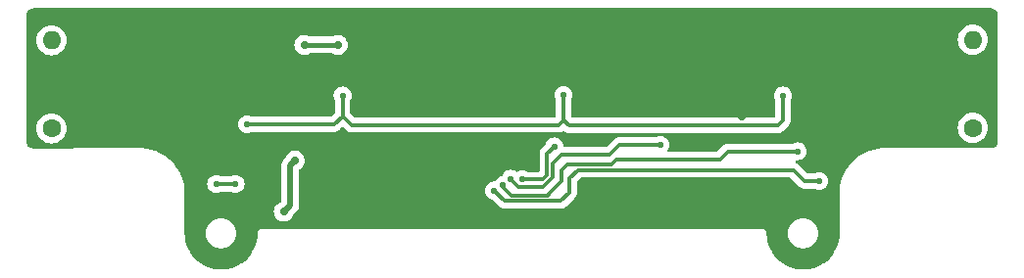
<source format=gtl>
G04 #@! TF.GenerationSoftware,KiCad,Pcbnew,7.0.1*
G04 #@! TF.CreationDate,2023-11-28T21:46:24+01:00*
G04 #@! TF.ProjectId,Qtr-8-SN,5174722d-382d-4534-9e2e-6b696361645f,rev?*
G04 #@! TF.SameCoordinates,Original*
G04 #@! TF.FileFunction,Copper,L1,Top*
G04 #@! TF.FilePolarity,Positive*
%FSLAX46Y46*%
G04 Gerber Fmt 4.6, Leading zero omitted, Abs format (unit mm)*
G04 Created by KiCad (PCBNEW 7.0.1) date 2023-11-28 21:46:24*
%MOMM*%
%LPD*%
G01*
G04 APERTURE LIST*
G04 #@! TA.AperFunction,ComponentPad*
%ADD10C,1.600000*%
G04 #@! TD*
G04 #@! TA.AperFunction,ComponentPad*
%ADD11O,1.600000X1.600000*%
G04 #@! TD*
G04 #@! TA.AperFunction,ViaPad*
%ADD12C,0.700000*%
G04 #@! TD*
G04 #@! TA.AperFunction,ViaPad*
%ADD13C,0.550000*%
G04 #@! TD*
G04 #@! TA.AperFunction,Conductor*
%ADD14C,0.500000*%
G04 #@! TD*
G04 #@! TA.AperFunction,Conductor*
%ADD15C,0.450000*%
G04 #@! TD*
G04 #@! TA.AperFunction,Conductor*
%ADD16C,0.300000*%
G04 #@! TD*
G04 APERTURE END LIST*
D10*
X52832000Y-137718800D03*
D11*
X52832000Y-130098800D03*
D10*
X132435600Y-137668000D03*
D11*
X132435600Y-130048000D03*
D12*
X122631200Y-131876800D03*
X112471200Y-136652000D03*
X92329600Y-135077200D03*
X65604800Y-131905600D03*
D13*
X79400400Y-143169300D03*
D12*
X103073200Y-136194800D03*
X129616800Y-137464800D03*
X103715800Y-131894600D03*
X64820800Y-136347200D03*
X88255600Y-142595600D03*
X83820000Y-136296400D03*
X84654800Y-131905600D03*
X122072400Y-136347200D03*
X108813600Y-145948400D03*
X74168000Y-136194800D03*
X73863200Y-140512800D03*
X72898000Y-144932400D03*
X77571600Y-130505200D03*
X74676000Y-130505200D03*
D13*
X77978000Y-134874000D03*
X116027200Y-134874000D03*
X97078800Y-134823200D03*
X69748400Y-137363200D03*
X117297200Y-139700000D03*
X91846400Y-142646400D03*
X91084400Y-143103600D03*
X119176800Y-142290800D03*
X68732400Y-142544800D03*
X67056000Y-142544800D03*
X93522800Y-142138400D03*
X96266000Y-139293600D03*
X92506800Y-142087600D03*
X105410000Y-139141200D03*
D14*
X73456800Y-140919200D02*
X73863200Y-140512800D01*
X72898000Y-144932400D02*
X73456800Y-144373600D01*
X73456800Y-144373600D02*
X73456800Y-140919200D01*
D15*
X77571600Y-130505200D02*
X74676000Y-130505200D01*
D16*
X78740000Y-137414000D02*
X77978000Y-136652000D01*
X77978000Y-136652000D02*
X77978000Y-134874000D01*
X96672400Y-137414000D02*
X78740000Y-137414000D01*
X97078800Y-134823200D02*
X97078800Y-137007600D01*
X115620800Y-137464800D02*
X97536000Y-137464800D01*
X97078800Y-137007600D02*
X96672400Y-137414000D01*
X97536000Y-137464800D02*
X97078800Y-137007600D01*
X77266800Y-137363200D02*
X77978000Y-136652000D01*
X116027200Y-137058400D02*
X115620800Y-137464800D01*
X116027200Y-134874000D02*
X116027200Y-137058400D01*
X69748400Y-137363200D02*
X77266800Y-137363200D01*
X91846400Y-142748000D02*
X91846400Y-142646400D01*
X101193600Y-140817600D02*
X97434400Y-140817600D01*
X95707200Y-143510000D02*
X92608400Y-143510000D01*
X95910400Y-143306800D02*
X95707200Y-143510000D01*
X96875600Y-141376400D02*
X96875600Y-142290800D01*
X111302800Y-139700000D02*
X110591600Y-140411200D01*
X97434400Y-140817600D02*
X96875600Y-141376400D01*
X95910400Y-143256000D02*
X95910400Y-143306800D01*
X96875600Y-142290800D02*
X95910400Y-143256000D01*
X117297200Y-139700000D02*
X111302800Y-139700000D01*
X101600000Y-140411200D02*
X101193600Y-140817600D01*
X110591600Y-140411200D02*
X101600000Y-140411200D01*
X92608400Y-143510000D02*
X91846400Y-142748000D01*
X117906800Y-142290800D02*
X116933600Y-141317600D01*
X119176800Y-142290800D02*
X117906800Y-142290800D01*
X116933600Y-141317600D02*
X98306000Y-141317600D01*
X97586800Y-143256000D02*
X96832800Y-144010000D01*
X98306000Y-141317600D02*
X97586800Y-142036800D01*
X96832800Y-144010000D02*
X91990800Y-144010000D01*
X97586800Y-142036800D02*
X97586800Y-143256000D01*
X91990800Y-144010000D02*
X91084400Y-143103600D01*
X67056000Y-142544800D02*
X68732400Y-142544800D01*
X95656400Y-139903200D02*
X95656400Y-141732000D01*
X95250000Y-142138400D02*
X93522800Y-142138400D01*
X96266000Y-139293600D02*
X95656400Y-139903200D01*
X95656400Y-141732000D02*
X95250000Y-142138400D01*
X96156400Y-141939106D02*
X95332106Y-142763400D01*
X101041200Y-140004800D02*
X96875600Y-140004800D01*
X105410000Y-139141200D02*
X101904800Y-139141200D01*
X96875600Y-140004800D02*
X96156400Y-140724000D01*
X96156400Y-140724000D02*
X96156400Y-141939106D01*
X101904800Y-139141200D02*
X101041200Y-140004800D01*
X93182600Y-142763400D02*
X92506800Y-142087600D01*
X95332106Y-142763400D02*
X93182600Y-142763400D01*
G04 #@! TA.AperFunction,Conductor*
G36*
X133974519Y-127322479D02*
G01*
X134098246Y-127336420D01*
X134125310Y-127342597D01*
X134236224Y-127381408D01*
X134261232Y-127393451D01*
X134355668Y-127452788D01*
X134360726Y-127455966D01*
X134382436Y-127473279D01*
X134465520Y-127556363D01*
X134482833Y-127578073D01*
X134545346Y-127677563D01*
X134557393Y-127702579D01*
X134596201Y-127813485D01*
X134602380Y-127840556D01*
X134616320Y-127964276D01*
X134617100Y-127978160D01*
X134617100Y-138788640D01*
X134616320Y-138802524D01*
X134602380Y-138926243D01*
X134596201Y-138953314D01*
X134557393Y-139064220D01*
X134545346Y-139089236D01*
X134482833Y-139188726D01*
X134465520Y-139210436D01*
X134382436Y-139293520D01*
X134360726Y-139310833D01*
X134261236Y-139373346D01*
X134236220Y-139385393D01*
X134125314Y-139424201D01*
X134098243Y-139430380D01*
X134023373Y-139438816D01*
X133974521Y-139444320D01*
X133960640Y-139445100D01*
X124586937Y-139445100D01*
X124210428Y-139482182D01*
X123839382Y-139555988D01*
X123602729Y-139627776D01*
X123490462Y-139661832D01*
X123477338Y-139665813D01*
X123127810Y-139810592D01*
X122794161Y-139988931D01*
X122479592Y-140199119D01*
X122187141Y-140439128D01*
X121919628Y-140706641D01*
X121679619Y-140999092D01*
X121469431Y-141313661D01*
X121291092Y-141647310D01*
X121146313Y-141996838D01*
X121036488Y-142358882D01*
X120962682Y-142729928D01*
X120925600Y-143106437D01*
X120925600Y-146792244D01*
X120925418Y-146798958D01*
X120907500Y-147129411D01*
X120906048Y-147142758D01*
X120853053Y-147466013D01*
X120850167Y-147479125D01*
X120762533Y-147794760D01*
X120758246Y-147807484D01*
X120636997Y-148111796D01*
X120631364Y-148123971D01*
X120477913Y-148413411D01*
X120471002Y-148424897D01*
X120339250Y-148619216D01*
X120287170Y-148696028D01*
X120279045Y-148706716D01*
X120066974Y-148956385D01*
X120057741Y-148966132D01*
X119819929Y-149191400D01*
X119809696Y-149200092D01*
X119548906Y-149398340D01*
X119537793Y-149405875D01*
X119257110Y-149574756D01*
X119245247Y-149581045D01*
X118947956Y-149718586D01*
X118935484Y-149723556D01*
X118625050Y-149828154D01*
X118612112Y-149831746D01*
X118292197Y-149902164D01*
X118278948Y-149904336D01*
X117953295Y-149939754D01*
X117939888Y-149940481D01*
X117612312Y-149940481D01*
X117598905Y-149939754D01*
X117273251Y-149904336D01*
X117260002Y-149902164D01*
X116940087Y-149831746D01*
X116927149Y-149828154D01*
X116616715Y-149723556D01*
X116604243Y-149718586D01*
X116306952Y-149581045D01*
X116295089Y-149574756D01*
X116014401Y-149405872D01*
X116003293Y-149398340D01*
X115742503Y-149200092D01*
X115732270Y-149191400D01*
X115494458Y-148966132D01*
X115485225Y-148956385D01*
X115273154Y-148706716D01*
X115265036Y-148696037D01*
X115081188Y-148424883D01*
X115074293Y-148413425D01*
X114920827Y-148123956D01*
X114915207Y-148111807D01*
X114793948Y-147807470D01*
X114789670Y-147794774D01*
X114702031Y-147479124D01*
X114699146Y-147466013D01*
X114646151Y-147142758D01*
X114644699Y-147129411D01*
X114627534Y-146812844D01*
X114627776Y-146795886D01*
X114627800Y-146795599D01*
X116470631Y-146795599D01*
X116490464Y-147022289D01*
X116549361Y-147242097D01*
X116645532Y-147448335D01*
X116776053Y-147634740D01*
X116936959Y-147795646D01*
X117123364Y-147926167D01*
X117123365Y-147926167D01*
X117123366Y-147926168D01*
X117329604Y-148022339D01*
X117549408Y-148081235D01*
X117634361Y-148088667D01*
X117719314Y-148096100D01*
X117719316Y-148096100D01*
X117832884Y-148096100D01*
X117832886Y-148096100D01*
X117900847Y-148090154D01*
X118002792Y-148081235D01*
X118222596Y-148022339D01*
X118428834Y-147926168D01*
X118615239Y-147795647D01*
X118776147Y-147634739D01*
X118906668Y-147448334D01*
X119002839Y-147242096D01*
X119061735Y-147022292D01*
X119081568Y-146795600D01*
X119061735Y-146568908D01*
X119002839Y-146349104D01*
X118906668Y-146142866D01*
X118776147Y-145956461D01*
X118776146Y-145956459D01*
X118615240Y-145795553D01*
X118428835Y-145665032D01*
X118222597Y-145568861D01*
X118002789Y-145509964D01*
X117832886Y-145495100D01*
X117832884Y-145495100D01*
X117719316Y-145495100D01*
X117719314Y-145495100D01*
X117549410Y-145509964D01*
X117329602Y-145568861D01*
X117123364Y-145665032D01*
X116936959Y-145795553D01*
X116776053Y-145956459D01*
X116645532Y-146142864D01*
X116549361Y-146349102D01*
X116490464Y-146568910D01*
X116470631Y-146795599D01*
X114627800Y-146795599D01*
X114630265Y-146765859D01*
X114627333Y-146742344D01*
X114626600Y-146740088D01*
X114626600Y-146740086D01*
X114616294Y-146708368D01*
X114614288Y-146702193D01*
X114612013Y-146694313D01*
X114600752Y-146649842D01*
X114595556Y-146638985D01*
X114566574Y-146599096D01*
X114563082Y-146594030D01*
X114534272Y-146549932D01*
X114527030Y-146544670D01*
X114488420Y-146516618D01*
X114485194Y-146514191D01*
X114464900Y-146498396D01*
X114445226Y-146483083D01*
X114445225Y-146483082D01*
X114442868Y-146481248D01*
X114388073Y-146463443D01*
X114386130Y-146462794D01*
X114334589Y-146445100D01*
X114334588Y-146445100D01*
X71039614Y-146445100D01*
X70928586Y-146445100D01*
X70928583Y-146445100D01*
X70909416Y-146451327D01*
X70891514Y-146455703D01*
X70868720Y-146459506D01*
X70855340Y-146466748D01*
X70834646Y-146475622D01*
X70822991Y-146479409D01*
X70803501Y-146493569D01*
X70789640Y-146502302D01*
X70765843Y-146515180D01*
X70758213Y-146523469D01*
X70739878Y-146539795D01*
X70733169Y-146544669D01*
X70716696Y-146567342D01*
X70707612Y-146578434D01*
X70686616Y-146601242D01*
X70683682Y-146607931D01*
X70670454Y-146630989D01*
X70667909Y-146634492D01*
X70658030Y-146664896D01*
X70653655Y-146676386D01*
X70639626Y-146708367D01*
X70639352Y-146711682D01*
X70633709Y-146739749D01*
X70633600Y-146740085D01*
X70633600Y-146775976D01*
X70633177Y-146786214D01*
X70629131Y-146835049D01*
X70630626Y-146850434D01*
X70615500Y-147129410D01*
X70614048Y-147142758D01*
X70561053Y-147466013D01*
X70558167Y-147479125D01*
X70470533Y-147794760D01*
X70466246Y-147807484D01*
X70344997Y-148111796D01*
X70339364Y-148123971D01*
X70185913Y-148413411D01*
X70179002Y-148424897D01*
X70047250Y-148619216D01*
X69995170Y-148696028D01*
X69987045Y-148706716D01*
X69774974Y-148956385D01*
X69765741Y-148966132D01*
X69527929Y-149191400D01*
X69517696Y-149200092D01*
X69256906Y-149398340D01*
X69245793Y-149405875D01*
X68965110Y-149574756D01*
X68953247Y-149581045D01*
X68655956Y-149718586D01*
X68643484Y-149723556D01*
X68333050Y-149828154D01*
X68320112Y-149831746D01*
X68000197Y-149902164D01*
X67986948Y-149904336D01*
X67661295Y-149939754D01*
X67647888Y-149940481D01*
X67320312Y-149940481D01*
X67306905Y-149939754D01*
X66981251Y-149904336D01*
X66968002Y-149902164D01*
X66648087Y-149831746D01*
X66635149Y-149828154D01*
X66324715Y-149723556D01*
X66312243Y-149718586D01*
X66014952Y-149581045D01*
X66003089Y-149574756D01*
X65722401Y-149405872D01*
X65711293Y-149398340D01*
X65450503Y-149200092D01*
X65440270Y-149191400D01*
X65202458Y-148966132D01*
X65193225Y-148956385D01*
X64981154Y-148706716D01*
X64973036Y-148696037D01*
X64789188Y-148424883D01*
X64782293Y-148413425D01*
X64628827Y-148123956D01*
X64623207Y-148111807D01*
X64501948Y-147807470D01*
X64497670Y-147794774D01*
X64410031Y-147479124D01*
X64407146Y-147466013D01*
X64354151Y-147142758D01*
X64352699Y-147129410D01*
X64334782Y-146798957D01*
X64334691Y-146795599D01*
X66178631Y-146795599D01*
X66198464Y-147022289D01*
X66257361Y-147242097D01*
X66353532Y-147448335D01*
X66484053Y-147634740D01*
X66644959Y-147795646D01*
X66831364Y-147926167D01*
X66831365Y-147926167D01*
X66831366Y-147926168D01*
X67037604Y-148022339D01*
X67257408Y-148081235D01*
X67342361Y-148088667D01*
X67427314Y-148096100D01*
X67427316Y-148096100D01*
X67540884Y-148096100D01*
X67540886Y-148096100D01*
X67608847Y-148090154D01*
X67710792Y-148081235D01*
X67930596Y-148022339D01*
X68136834Y-147926168D01*
X68323239Y-147795647D01*
X68484147Y-147634739D01*
X68614668Y-147448334D01*
X68710839Y-147242096D01*
X68769735Y-147022292D01*
X68789568Y-146795600D01*
X68769735Y-146568908D01*
X68710839Y-146349104D01*
X68614668Y-146142866D01*
X68484147Y-145956461D01*
X68484146Y-145956459D01*
X68323240Y-145795553D01*
X68136835Y-145665032D01*
X67930597Y-145568861D01*
X67710789Y-145509964D01*
X67540886Y-145495100D01*
X67540884Y-145495100D01*
X67427316Y-145495100D01*
X67427314Y-145495100D01*
X67257410Y-145509964D01*
X67037602Y-145568861D01*
X66831364Y-145665032D01*
X66644959Y-145795553D01*
X66484053Y-145956459D01*
X66353532Y-146142864D01*
X66257361Y-146349102D01*
X66198464Y-146568910D01*
X66178631Y-146795599D01*
X64334691Y-146795599D01*
X64334600Y-146792244D01*
X64334600Y-144932400D01*
X72042815Y-144932400D01*
X72061503Y-145110204D01*
X72116749Y-145280235D01*
X72206140Y-145435065D01*
X72325771Y-145567927D01*
X72470403Y-145673010D01*
X72633735Y-145745730D01*
X72808607Y-145782900D01*
X72808609Y-145782900D01*
X72987391Y-145782900D01*
X72987393Y-145782900D01*
X73162264Y-145745730D01*
X73162265Y-145745729D01*
X73162267Y-145745729D01*
X73325593Y-145673012D01*
X73336577Y-145665032D01*
X73366659Y-145643174D01*
X73470230Y-145567926D01*
X73589859Y-145435065D01*
X73679250Y-145280235D01*
X73702643Y-145208236D01*
X73732892Y-145158874D01*
X73942441Y-144949324D01*
X73956060Y-144937554D01*
X73975330Y-144923210D01*
X74007184Y-144885247D01*
X74014471Y-144877294D01*
X74018391Y-144873376D01*
X74037620Y-144849054D01*
X74039877Y-144846285D01*
X74088102Y-144788814D01*
X74088103Y-144788811D01*
X74088915Y-144787844D01*
X74099373Y-144771428D01*
X74099907Y-144770280D01*
X74099911Y-144770277D01*
X74131645Y-144702221D01*
X74133171Y-144699070D01*
X74166840Y-144632033D01*
X74166840Y-144632031D01*
X74167409Y-144630899D01*
X74173802Y-144612506D01*
X74189231Y-144537784D01*
X74190012Y-144534260D01*
X74195953Y-144509197D01*
X74207300Y-144461321D01*
X74207591Y-144460093D01*
X74209570Y-144440720D01*
X74209533Y-144439458D01*
X74209534Y-144439455D01*
X74207352Y-144364468D01*
X74207300Y-144360862D01*
X74207300Y-143103600D01*
X90303992Y-143103600D01*
X90323558Y-143277257D01*
X90381277Y-143442206D01*
X90474252Y-143590176D01*
X90597823Y-143713747D01*
X90745793Y-143806722D01*
X90906415Y-143862927D01*
X90953141Y-143892287D01*
X91470364Y-144409510D01*
X91483712Y-144426169D01*
X91536631Y-144475864D01*
X91539428Y-144478575D01*
X91559761Y-144498908D01*
X91563242Y-144501608D01*
X91572125Y-144509194D01*
X91605407Y-144540448D01*
X91616051Y-144546299D01*
X91624004Y-144550672D01*
X91640264Y-144561352D01*
X91657036Y-144574362D01*
X91698940Y-144592495D01*
X91709420Y-144597629D01*
X91749432Y-144619627D01*
X91769995Y-144624906D01*
X91788398Y-144631207D01*
X91807873Y-144639635D01*
X91852975Y-144646778D01*
X91864370Y-144649137D01*
X91908623Y-144660500D01*
X91929851Y-144660500D01*
X91949249Y-144662026D01*
X91970205Y-144665346D01*
X92015651Y-144661050D01*
X92027321Y-144660500D01*
X96747295Y-144660500D01*
X96768504Y-144662841D01*
X96771094Y-144662759D01*
X96771096Y-144662760D01*
X96841062Y-144660560D01*
X96844957Y-144660500D01*
X96873720Y-144660500D01*
X96873725Y-144660500D01*
X96878102Y-144659946D01*
X96889741Y-144659030D01*
X96935369Y-144657597D01*
X96955749Y-144651675D01*
X96974789Y-144647732D01*
X96995858Y-144645071D01*
X97038320Y-144628258D01*
X97049357Y-144624480D01*
X97093198Y-144611744D01*
X97111470Y-144600936D01*
X97128936Y-144592380D01*
X97148671Y-144584568D01*
X97185616Y-144557725D01*
X97195348Y-144551332D01*
X97234665Y-144528081D01*
X97249674Y-144513071D01*
X97264463Y-144500439D01*
X97281637Y-144487963D01*
X97310746Y-144452774D01*
X97318590Y-144444154D01*
X97986313Y-143776431D01*
X98002962Y-143763094D01*
X98004736Y-143761204D01*
X98004740Y-143761202D01*
X98052698Y-143710130D01*
X98055346Y-143707398D01*
X98075711Y-143687035D01*
X98078411Y-143683552D01*
X98085987Y-143674681D01*
X98117248Y-143641393D01*
X98127475Y-143622787D01*
X98138148Y-143606539D01*
X98151162Y-143589764D01*
X98169291Y-143547868D01*
X98174431Y-143537377D01*
X98196427Y-143497368D01*
X98201706Y-143476805D01*
X98208004Y-143458406D01*
X98216435Y-143438926D01*
X98223577Y-143393824D01*
X98225945Y-143382397D01*
X98237300Y-143338178D01*
X98237300Y-143316955D01*
X98238827Y-143297556D01*
X98239137Y-143295600D01*
X98242147Y-143276595D01*
X98237850Y-143231139D01*
X98237300Y-143219470D01*
X98237300Y-142357608D01*
X98246739Y-142310155D01*
X98273619Y-142269927D01*
X98539127Y-142004419D01*
X98579355Y-141977539D01*
X98626808Y-141968100D01*
X116612792Y-141968100D01*
X116660245Y-141977539D01*
X116700473Y-142004419D01*
X117386364Y-142690310D01*
X117399712Y-142706969D01*
X117452631Y-142756664D01*
X117455428Y-142759375D01*
X117475762Y-142779709D01*
X117479243Y-142782409D01*
X117488126Y-142789995D01*
X117521407Y-142821248D01*
X117539998Y-142831468D01*
X117556262Y-142842151D01*
X117573035Y-142855162D01*
X117614938Y-142873295D01*
X117625426Y-142878433D01*
X117665432Y-142900427D01*
X117685997Y-142905706D01*
X117704393Y-142912005D01*
X117723874Y-142920436D01*
X117768978Y-142927579D01*
X117780397Y-142929944D01*
X117824623Y-142941300D01*
X117845845Y-142941300D01*
X117865243Y-142942826D01*
X117886205Y-142946147D01*
X117931663Y-142941849D01*
X117943331Y-142941300D01*
X118718722Y-142941300D01*
X118784693Y-142960306D01*
X118838193Y-142993922D01*
X119003142Y-143051641D01*
X119176800Y-143071207D01*
X119350457Y-143051641D01*
X119515406Y-142993922D01*
X119663376Y-142900947D01*
X119786947Y-142777376D01*
X119879922Y-142629406D01*
X119937641Y-142464457D01*
X119957207Y-142290800D01*
X119937641Y-142117143D01*
X119901753Y-142014583D01*
X119879922Y-141952193D01*
X119786947Y-141804223D01*
X119663376Y-141680652D01*
X119515406Y-141587677D01*
X119350457Y-141529958D01*
X119176800Y-141510392D01*
X119003142Y-141529958D01*
X118838193Y-141587677D01*
X118784693Y-141621294D01*
X118718722Y-141640300D01*
X118227608Y-141640300D01*
X118180155Y-141630861D01*
X118139927Y-141603981D01*
X117454034Y-140918088D01*
X117440691Y-140901433D01*
X117387766Y-140851734D01*
X117384969Y-140849023D01*
X117364634Y-140828688D01*
X117361147Y-140825983D01*
X117352271Y-140818401D01*
X117318994Y-140787152D01*
X117300393Y-140776926D01*
X117284132Y-140766245D01*
X117274154Y-140758505D01*
X117267364Y-140753238D01*
X117225470Y-140735108D01*
X117214985Y-140729972D01*
X117174968Y-140707973D01*
X117174967Y-140707972D01*
X117172312Y-140706513D01*
X117124312Y-140659239D01*
X117108115Y-140593844D01*
X117128502Y-140529632D01*
X117179455Y-140485558D01*
X117245934Y-140474631D01*
X117297200Y-140480407D01*
X117470857Y-140460841D01*
X117635806Y-140403122D01*
X117783776Y-140310147D01*
X117907347Y-140186576D01*
X118000322Y-140038606D01*
X118058041Y-139873657D01*
X118077607Y-139700000D01*
X118070083Y-139633222D01*
X118058041Y-139526342D01*
X118000322Y-139361393D01*
X117907347Y-139213423D01*
X117783776Y-139089852D01*
X117635806Y-138996877D01*
X117470857Y-138939158D01*
X117297200Y-138919592D01*
X117123542Y-138939158D01*
X116958593Y-138996877D01*
X116905093Y-139030494D01*
X116839122Y-139049500D01*
X111388305Y-139049500D01*
X111367094Y-139047158D01*
X111294524Y-139049439D01*
X111290629Y-139049500D01*
X111261874Y-139049500D01*
X111257501Y-139050052D01*
X111245869Y-139050967D01*
X111200228Y-139052401D01*
X111179841Y-139058324D01*
X111160798Y-139062268D01*
X111139742Y-139064928D01*
X111097296Y-139081733D01*
X111086250Y-139085514D01*
X111042402Y-139098254D01*
X111024124Y-139109063D01*
X111006661Y-139117618D01*
X110986930Y-139125431D01*
X110949987Y-139152270D01*
X110940228Y-139158680D01*
X110900935Y-139181918D01*
X110885925Y-139196928D01*
X110871136Y-139209558D01*
X110853964Y-139222034D01*
X110824857Y-139257218D01*
X110816996Y-139265856D01*
X110358473Y-139724381D01*
X110318245Y-139751261D01*
X110270792Y-139760700D01*
X106160986Y-139760700D01*
X106097985Y-139743503D01*
X106052458Y-139696681D01*
X106037035Y-139633222D01*
X106055992Y-139570728D01*
X106056804Y-139569436D01*
X106113122Y-139479806D01*
X106170841Y-139314857D01*
X106190407Y-139141200D01*
X106180068Y-139049439D01*
X106170841Y-138967542D01*
X106113122Y-138802593D01*
X106020147Y-138654623D01*
X105896576Y-138531052D01*
X105748606Y-138438077D01*
X105583657Y-138380358D01*
X105425333Y-138362520D01*
X105410000Y-138356667D01*
X105394667Y-138362520D01*
X105236342Y-138380358D01*
X105071393Y-138438077D01*
X105017893Y-138471694D01*
X104951922Y-138490700D01*
X101990305Y-138490700D01*
X101969094Y-138488358D01*
X101896524Y-138490639D01*
X101892629Y-138490700D01*
X101863874Y-138490700D01*
X101859501Y-138491252D01*
X101847869Y-138492167D01*
X101802228Y-138493601D01*
X101781843Y-138499524D01*
X101762794Y-138503469D01*
X101741743Y-138506128D01*
X101699289Y-138522936D01*
X101688243Y-138526718D01*
X101644399Y-138539456D01*
X101626130Y-138550261D01*
X101608662Y-138558818D01*
X101597263Y-138563332D01*
X101588926Y-138566633D01*
X101551991Y-138593466D01*
X101542235Y-138599875D01*
X101502935Y-138623118D01*
X101487925Y-138638128D01*
X101473136Y-138650758D01*
X101455964Y-138663234D01*
X101426857Y-138698418D01*
X101418996Y-138707056D01*
X100808073Y-139317981D01*
X100767845Y-139344861D01*
X100720392Y-139354300D01*
X97164060Y-139354300D01*
X97106119Y-139339930D01*
X97061606Y-139300152D01*
X97040840Y-139244184D01*
X97026841Y-139119942D01*
X96969122Y-138954993D01*
X96876147Y-138807023D01*
X96752576Y-138683452D01*
X96604606Y-138590477D01*
X96439657Y-138532758D01*
X96266000Y-138513192D01*
X96092342Y-138532758D01*
X95927393Y-138590477D01*
X95779423Y-138683452D01*
X95655852Y-138807023D01*
X95562878Y-138954992D01*
X95506673Y-139115614D01*
X95477313Y-139162339D01*
X95256884Y-139382768D01*
X95240231Y-139396110D01*
X95190533Y-139449033D01*
X95187827Y-139451826D01*
X95167483Y-139472171D01*
X95164776Y-139475660D01*
X95157207Y-139484521D01*
X95125951Y-139517807D01*
X95115722Y-139536412D01*
X95105045Y-139552667D01*
X95092036Y-139569438D01*
X95073906Y-139611332D01*
X95068770Y-139621816D01*
X95046772Y-139661832D01*
X95041491Y-139682399D01*
X95035191Y-139700800D01*
X95026764Y-139720274D01*
X95019623Y-139765361D01*
X95017255Y-139776793D01*
X95008579Y-139810591D01*
X95005900Y-139821024D01*
X95005900Y-139842245D01*
X95004373Y-139861644D01*
X95001053Y-139882603D01*
X95005350Y-139928061D01*
X95005900Y-139939730D01*
X95005900Y-141363900D01*
X94989287Y-141425900D01*
X94943900Y-141471287D01*
X94881900Y-141487900D01*
X93980878Y-141487900D01*
X93914907Y-141468894D01*
X93861406Y-141435277D01*
X93696457Y-141377558D01*
X93522800Y-141357992D01*
X93349142Y-141377558D01*
X93184194Y-141435277D01*
X93121194Y-141474862D01*
X93055224Y-141493867D01*
X92989253Y-141474861D01*
X92845406Y-141384477D01*
X92680457Y-141326758D01*
X92506800Y-141307192D01*
X92333142Y-141326758D01*
X92168193Y-141384477D01*
X92020223Y-141477452D01*
X91896652Y-141601023D01*
X91803678Y-141748992D01*
X91785036Y-141802266D01*
X91745307Y-141858256D01*
X91681881Y-141884529D01*
X91672742Y-141885558D01*
X91507793Y-141943277D01*
X91359823Y-142036252D01*
X91236254Y-142159821D01*
X91169121Y-142266664D01*
X91130099Y-142305686D01*
X91078011Y-142323912D01*
X90910742Y-142342758D01*
X90745793Y-142400477D01*
X90597823Y-142493452D01*
X90474252Y-142617023D01*
X90381277Y-142764993D01*
X90323558Y-142929942D01*
X90303992Y-143103600D01*
X74207300Y-143103600D01*
X74207300Y-141371112D01*
X74216330Y-141324660D01*
X74242103Y-141284973D01*
X74280865Y-141257831D01*
X74290793Y-141253412D01*
X74435430Y-141148326D01*
X74555059Y-141015465D01*
X74644450Y-140860635D01*
X74699697Y-140690603D01*
X74718385Y-140512800D01*
X74699697Y-140334997D01*
X74660683Y-140214924D01*
X74644450Y-140164964D01*
X74555059Y-140010134D01*
X74435428Y-139877272D01*
X74290796Y-139772189D01*
X74127464Y-139699469D01*
X73952593Y-139662300D01*
X73952591Y-139662300D01*
X73773809Y-139662300D01*
X73773807Y-139662300D01*
X73598935Y-139699469D01*
X73435608Y-139772187D01*
X73290968Y-139877274D01*
X73171340Y-140010134D01*
X73081950Y-140164963D01*
X73058556Y-140236961D01*
X73028306Y-140286323D01*
X72971155Y-140343474D01*
X72957524Y-140355254D01*
X72938269Y-140369589D01*
X72906433Y-140407529D01*
X72899141Y-140415489D01*
X72895208Y-140419422D01*
X72875976Y-140443745D01*
X72873702Y-140446537D01*
X72824694Y-140504944D01*
X72814218Y-140521387D01*
X72781992Y-140590494D01*
X72780422Y-140593736D01*
X72746193Y-140661892D01*
X72739796Y-140680298D01*
X72724373Y-140754988D01*
X72723593Y-140758505D01*
X72706008Y-140832705D01*
X72704029Y-140852078D01*
X72706248Y-140928331D01*
X72706300Y-140931937D01*
X72706300Y-144006236D01*
X72697271Y-144052687D01*
X72671498Y-144092374D01*
X72632737Y-144119514D01*
X72581758Y-144142211D01*
X72470407Y-144191787D01*
X72325768Y-144296874D01*
X72206140Y-144429734D01*
X72116749Y-144584564D01*
X72061503Y-144754595D01*
X72042815Y-144932400D01*
X64334600Y-144932400D01*
X64334600Y-143106437D01*
X64323518Y-142993922D01*
X64297518Y-142729933D01*
X64260692Y-142544799D01*
X66275592Y-142544799D01*
X66295158Y-142718457D01*
X66352877Y-142883406D01*
X66445852Y-143031376D01*
X66569423Y-143154947D01*
X66717393Y-143247922D01*
X66882342Y-143305641D01*
X67056000Y-143325207D01*
X67229657Y-143305641D01*
X67394606Y-143247922D01*
X67411810Y-143237112D01*
X67448107Y-143214306D01*
X67514078Y-143195300D01*
X68274322Y-143195300D01*
X68340293Y-143214306D01*
X68393793Y-143247922D01*
X68558742Y-143305641D01*
X68732400Y-143325207D01*
X68906057Y-143305641D01*
X69071006Y-143247922D01*
X69218976Y-143154947D01*
X69342547Y-143031376D01*
X69435522Y-142883406D01*
X69493241Y-142718457D01*
X69512807Y-142544800D01*
X69493241Y-142371143D01*
X69478491Y-142328991D01*
X69435522Y-142206193D01*
X69342547Y-142058223D01*
X69218976Y-141934652D01*
X69071006Y-141841677D01*
X68906057Y-141783958D01*
X68732400Y-141764392D01*
X68558742Y-141783958D01*
X68393793Y-141841677D01*
X68340293Y-141875294D01*
X68274322Y-141894300D01*
X67514078Y-141894300D01*
X67448107Y-141875294D01*
X67394606Y-141841677D01*
X67229657Y-141783958D01*
X67056000Y-141764392D01*
X66882342Y-141783958D01*
X66717393Y-141841677D01*
X66569423Y-141934652D01*
X66445852Y-142058223D01*
X66352877Y-142206193D01*
X66295158Y-142371142D01*
X66275592Y-142544799D01*
X64260692Y-142544799D01*
X64223710Y-142358876D01*
X64113888Y-141996841D01*
X63969109Y-141647314D01*
X63945947Y-141603981D01*
X63790768Y-141313661D01*
X63580580Y-140999092D01*
X63340571Y-140706641D01*
X63073058Y-140439128D01*
X62780607Y-140199119D01*
X62466038Y-139988931D01*
X62132389Y-139810592D01*
X61857383Y-139696681D01*
X61782859Y-139665812D01*
X61420824Y-139555990D01*
X61420822Y-139555989D01*
X61420817Y-139555988D01*
X61049771Y-139482182D01*
X60673263Y-139445100D01*
X60542588Y-139445100D01*
X58225407Y-139445100D01*
X58224718Y-139444985D01*
X58146319Y-139445100D01*
X58107900Y-139445100D01*
X58107214Y-139445156D01*
X51299647Y-139455088D01*
X51285584Y-139454308D01*
X51161957Y-139440380D01*
X51134884Y-139434201D01*
X51123964Y-139430380D01*
X51059234Y-139407729D01*
X51023979Y-139395393D01*
X50998963Y-139383346D01*
X50899473Y-139320833D01*
X50877763Y-139303520D01*
X50794679Y-139220436D01*
X50777366Y-139198726D01*
X50752204Y-139158680D01*
X50714851Y-139099232D01*
X50702808Y-139074224D01*
X50663997Y-138963310D01*
X50657820Y-138936246D01*
X50643879Y-138812522D01*
X50643100Y-138798640D01*
X50643100Y-137718799D01*
X51526531Y-137718799D01*
X51546364Y-137945489D01*
X51605261Y-138165297D01*
X51701432Y-138371535D01*
X51831953Y-138557940D01*
X51992859Y-138718846D01*
X52179264Y-138849367D01*
X52179265Y-138849367D01*
X52179266Y-138849368D01*
X52385504Y-138945539D01*
X52605308Y-139004435D01*
X52832000Y-139024268D01*
X53058692Y-139004435D01*
X53278496Y-138945539D01*
X53484734Y-138849368D01*
X53671139Y-138718847D01*
X53832047Y-138557939D01*
X53962568Y-138371534D01*
X54058739Y-138165296D01*
X54117635Y-137945492D01*
X54137468Y-137718800D01*
X54133023Y-137667999D01*
X54124620Y-137571945D01*
X54117635Y-137492108D01*
X54083094Y-137363200D01*
X68967992Y-137363200D01*
X68987558Y-137536857D01*
X69045277Y-137701806D01*
X69138252Y-137849776D01*
X69261823Y-137973347D01*
X69409793Y-138066322D01*
X69574742Y-138124041D01*
X69748400Y-138143607D01*
X69922057Y-138124041D01*
X70087006Y-138066322D01*
X70087006Y-138066321D01*
X70140507Y-138032706D01*
X70206478Y-138013700D01*
X77181295Y-138013700D01*
X77202504Y-138016041D01*
X77205094Y-138015959D01*
X77205096Y-138015960D01*
X77275062Y-138013760D01*
X77278957Y-138013700D01*
X77307720Y-138013700D01*
X77307725Y-138013700D01*
X77312102Y-138013146D01*
X77323741Y-138012230D01*
X77369369Y-138010797D01*
X77389749Y-138004875D01*
X77408789Y-138000932D01*
X77429858Y-137998271D01*
X77472320Y-137981458D01*
X77483357Y-137977680D01*
X77527198Y-137964944D01*
X77545470Y-137954136D01*
X77562936Y-137945580D01*
X77582671Y-137937768D01*
X77619616Y-137910925D01*
X77629348Y-137904532D01*
X77668665Y-137881281D01*
X77683674Y-137866271D01*
X77698463Y-137853639D01*
X77715637Y-137841163D01*
X77744746Y-137805974D01*
X77752580Y-137797364D01*
X77890321Y-137659623D01*
X77945907Y-137627532D01*
X78010094Y-137627532D01*
X78065681Y-137659626D01*
X78219564Y-137813509D01*
X78232909Y-137830167D01*
X78285848Y-137879879D01*
X78288645Y-137882590D01*
X78308966Y-137902911D01*
X78311042Y-137904521D01*
X78312442Y-137905607D01*
X78321320Y-137913190D01*
X78354607Y-137944448D01*
X78373212Y-137954676D01*
X78389466Y-137965353D01*
X78406237Y-137978363D01*
X78448144Y-137996497D01*
X78458618Y-138001628D01*
X78498632Y-138023627D01*
X78519197Y-138028906D01*
X78537593Y-138035205D01*
X78557074Y-138043636D01*
X78602178Y-138050779D01*
X78613597Y-138053144D01*
X78657823Y-138064500D01*
X78679045Y-138064500D01*
X78698443Y-138066026D01*
X78719405Y-138069347D01*
X78761319Y-138065384D01*
X78764861Y-138065050D01*
X78776530Y-138064500D01*
X96586895Y-138064500D01*
X96608104Y-138066841D01*
X96610694Y-138066759D01*
X96610696Y-138066760D01*
X96680662Y-138064560D01*
X96684557Y-138064500D01*
X96713320Y-138064500D01*
X96713325Y-138064500D01*
X96717702Y-138063946D01*
X96729341Y-138063030D01*
X96774969Y-138061597D01*
X96795349Y-138055675D01*
X96814389Y-138051732D01*
X96835458Y-138049071D01*
X96877920Y-138032258D01*
X96888957Y-138028480D01*
X96932798Y-138015744D01*
X96951070Y-138004936D01*
X96968536Y-137996380D01*
X96988271Y-137988568D01*
X96992794Y-137985281D01*
X97044999Y-137963336D01*
X97101520Y-137966892D01*
X97150564Y-137995208D01*
X97150607Y-137995248D01*
X97150609Y-137995249D01*
X97169204Y-138005472D01*
X97185464Y-138016152D01*
X97202236Y-138029162D01*
X97244140Y-138047295D01*
X97254620Y-138052429D01*
X97294632Y-138074427D01*
X97315195Y-138079706D01*
X97333598Y-138086007D01*
X97353073Y-138094435D01*
X97398170Y-138101577D01*
X97409589Y-138103942D01*
X97453823Y-138115300D01*
X97475050Y-138115300D01*
X97494448Y-138116826D01*
X97515404Y-138120146D01*
X97560852Y-138115849D01*
X97572520Y-138115300D01*
X105380783Y-138115300D01*
X105410000Y-138122836D01*
X105439217Y-138115300D01*
X115535295Y-138115300D01*
X115556504Y-138117641D01*
X115559094Y-138117559D01*
X115559096Y-138117560D01*
X115629062Y-138115360D01*
X115632957Y-138115300D01*
X115661720Y-138115300D01*
X115661725Y-138115300D01*
X115666102Y-138114746D01*
X115677741Y-138113830D01*
X115723369Y-138112397D01*
X115743749Y-138106475D01*
X115762789Y-138102532D01*
X115783858Y-138099871D01*
X115826320Y-138083058D01*
X115837357Y-138079280D01*
X115881198Y-138066544D01*
X115899470Y-138055736D01*
X115916936Y-138047180D01*
X115936671Y-138039368D01*
X115973616Y-138012525D01*
X115983348Y-138006132D01*
X116022665Y-137982881D01*
X116037674Y-137967871D01*
X116052463Y-137955239D01*
X116069637Y-137942763D01*
X116098746Y-137907574D01*
X116106590Y-137898954D01*
X116337545Y-137667999D01*
X131130131Y-137667999D01*
X131149964Y-137894689D01*
X131208861Y-138114497D01*
X131305032Y-138320735D01*
X131435553Y-138507140D01*
X131596459Y-138668046D01*
X131782864Y-138798567D01*
X131782865Y-138798567D01*
X131782866Y-138798568D01*
X131989104Y-138894739D01*
X132208908Y-138953635D01*
X132435600Y-138973468D01*
X132662292Y-138953635D01*
X132882096Y-138894739D01*
X133088334Y-138798568D01*
X133274739Y-138668047D01*
X133435647Y-138507139D01*
X133566168Y-138320734D01*
X133662339Y-138114496D01*
X133721235Y-137894692D01*
X133741068Y-137668000D01*
X133721235Y-137441308D01*
X133662339Y-137221504D01*
X133566168Y-137015266D01*
X133471217Y-136879661D01*
X133435646Y-136828859D01*
X133274740Y-136667953D01*
X133088335Y-136537432D01*
X132882097Y-136441261D01*
X132662289Y-136382364D01*
X132435600Y-136362531D01*
X132208910Y-136382364D01*
X131989102Y-136441261D01*
X131782864Y-136537432D01*
X131596459Y-136667953D01*
X131435553Y-136828859D01*
X131305032Y-137015264D01*
X131208861Y-137221502D01*
X131149964Y-137441310D01*
X131130131Y-137667999D01*
X116337545Y-137667999D01*
X116426713Y-137578831D01*
X116443362Y-137565494D01*
X116445136Y-137563604D01*
X116445140Y-137563602D01*
X116493098Y-137512530D01*
X116495746Y-137509798D01*
X116516111Y-137489435D01*
X116518811Y-137485952D01*
X116526387Y-137477081D01*
X116557648Y-137443793D01*
X116567875Y-137425187D01*
X116578548Y-137408939D01*
X116591562Y-137392164D01*
X116609695Y-137350257D01*
X116614825Y-137339787D01*
X116636827Y-137299768D01*
X116642103Y-137279213D01*
X116648406Y-137260802D01*
X116656835Y-137241327D01*
X116663977Y-137196225D01*
X116666340Y-137184818D01*
X116677700Y-137140577D01*
X116677700Y-137119349D01*
X116679227Y-137099950D01*
X116682546Y-137078995D01*
X116678250Y-137033548D01*
X116677700Y-137021879D01*
X116677700Y-135332078D01*
X116696706Y-135266107D01*
X116730322Y-135212606D01*
X116788041Y-135047657D01*
X116807607Y-134874000D01*
X116788041Y-134700342D01*
X116730322Y-134535393D01*
X116637347Y-134387423D01*
X116513776Y-134263852D01*
X116365806Y-134170877D01*
X116200857Y-134113158D01*
X116027200Y-134093592D01*
X115853542Y-134113158D01*
X115688593Y-134170877D01*
X115540623Y-134263852D01*
X115417052Y-134387423D01*
X115324077Y-134535393D01*
X115266358Y-134700342D01*
X115246792Y-134874000D01*
X115266358Y-135047657D01*
X115324077Y-135212606D01*
X115357694Y-135266107D01*
X115376700Y-135332078D01*
X115376700Y-136690300D01*
X115360087Y-136752300D01*
X115314700Y-136797687D01*
X115252700Y-136814300D01*
X97856808Y-136814300D01*
X97809355Y-136804861D01*
X97769127Y-136777981D01*
X97765619Y-136774473D01*
X97738739Y-136734245D01*
X97729300Y-136686792D01*
X97729300Y-135281278D01*
X97748306Y-135215307D01*
X97781922Y-135161806D01*
X97839641Y-134996857D01*
X97859207Y-134823200D01*
X97839641Y-134649542D01*
X97781922Y-134484593D01*
X97688947Y-134336623D01*
X97565376Y-134213052D01*
X97417406Y-134120077D01*
X97252457Y-134062358D01*
X97078800Y-134042792D01*
X96905142Y-134062358D01*
X96740193Y-134120077D01*
X96592223Y-134213052D01*
X96468652Y-134336623D01*
X96375677Y-134484593D01*
X96317958Y-134649542D01*
X96298392Y-134823200D01*
X96317958Y-134996857D01*
X96375677Y-135161806D01*
X96409294Y-135215307D01*
X96428300Y-135281278D01*
X96428300Y-136639500D01*
X96411687Y-136701500D01*
X96366300Y-136746887D01*
X96304300Y-136763500D01*
X79060808Y-136763500D01*
X79013355Y-136754061D01*
X78973127Y-136727181D01*
X78664819Y-136418873D01*
X78637939Y-136378645D01*
X78628500Y-136331192D01*
X78628500Y-135332078D01*
X78647506Y-135266107D01*
X78681122Y-135212606D01*
X78738841Y-135047657D01*
X78758407Y-134874000D01*
X78738841Y-134700342D01*
X78681122Y-134535393D01*
X78588147Y-134387423D01*
X78464576Y-134263852D01*
X78316606Y-134170877D01*
X78151657Y-134113158D01*
X77978000Y-134093592D01*
X77804342Y-134113158D01*
X77639393Y-134170877D01*
X77491423Y-134263852D01*
X77367852Y-134387423D01*
X77274877Y-134535393D01*
X77217158Y-134700342D01*
X77197592Y-134874000D01*
X77217158Y-135047657D01*
X77274877Y-135212606D01*
X77308494Y-135266107D01*
X77327500Y-135332078D01*
X77327500Y-136331192D01*
X77318061Y-136378645D01*
X77291181Y-136418873D01*
X77033673Y-136676381D01*
X76993445Y-136703261D01*
X76945992Y-136712700D01*
X70206478Y-136712700D01*
X70140507Y-136693694D01*
X70087006Y-136660077D01*
X69922057Y-136602358D01*
X69748400Y-136582792D01*
X69574742Y-136602358D01*
X69409793Y-136660077D01*
X69261823Y-136753052D01*
X69138252Y-136876623D01*
X69045277Y-137024593D01*
X68987558Y-137189542D01*
X68967992Y-137363200D01*
X54083094Y-137363200D01*
X54058739Y-137272304D01*
X53962568Y-137066066D01*
X53933529Y-137024594D01*
X53832046Y-136879659D01*
X53671140Y-136718753D01*
X53484735Y-136588232D01*
X53278497Y-136492061D01*
X53058689Y-136433164D01*
X52832000Y-136413331D01*
X52605310Y-136433164D01*
X52385502Y-136492061D01*
X52179264Y-136588232D01*
X51992859Y-136718753D01*
X51831953Y-136879659D01*
X51701432Y-137066064D01*
X51605261Y-137272302D01*
X51546364Y-137492110D01*
X51526531Y-137718799D01*
X50643100Y-137718799D01*
X50643100Y-132885139D01*
X50643109Y-132885079D01*
X50643100Y-132807786D01*
X50643100Y-132766345D01*
X50643094Y-132766287D01*
X50642762Y-130098800D01*
X51526531Y-130098800D01*
X51546364Y-130325489D01*
X51605261Y-130545297D01*
X51701432Y-130751535D01*
X51831953Y-130937940D01*
X51992859Y-131098846D01*
X52179264Y-131229367D01*
X52179265Y-131229367D01*
X52179266Y-131229368D01*
X52385504Y-131325539D01*
X52605308Y-131384435D01*
X52832000Y-131404268D01*
X53058692Y-131384435D01*
X53278496Y-131325539D01*
X53484734Y-131229368D01*
X53671139Y-131098847D01*
X53832047Y-130937939D01*
X53962568Y-130751534D01*
X54058739Y-130545296D01*
X54069483Y-130505199D01*
X73820815Y-130505199D01*
X73839503Y-130683004D01*
X73894749Y-130853035D01*
X73984140Y-131007865D01*
X74103771Y-131140727D01*
X74248403Y-131245810D01*
X74248406Y-131245811D01*
X74248407Y-131245812D01*
X74357291Y-131294290D01*
X74411735Y-131318530D01*
X74586607Y-131355700D01*
X74586609Y-131355700D01*
X74765391Y-131355700D01*
X74765393Y-131355700D01*
X74940264Y-131318530D01*
X74940265Y-131318529D01*
X74940267Y-131318529D01*
X75103593Y-131245812D01*
X75103594Y-131245811D01*
X75113457Y-131241420D01*
X75163892Y-131230700D01*
X77083708Y-131230700D01*
X77134143Y-131241420D01*
X77144006Y-131245811D01*
X77144007Y-131245812D01*
X77259805Y-131297368D01*
X77307335Y-131318530D01*
X77482207Y-131355700D01*
X77482209Y-131355700D01*
X77660991Y-131355700D01*
X77660993Y-131355700D01*
X77835864Y-131318530D01*
X77835865Y-131318529D01*
X77835867Y-131318529D01*
X77999193Y-131245812D01*
X78143830Y-131140726D01*
X78263459Y-131007865D01*
X78352850Y-130853035D01*
X78408097Y-130683003D01*
X78426785Y-130505200D01*
X78408097Y-130327397D01*
X78352850Y-130157365D01*
X78352850Y-130157364D01*
X78289708Y-130047999D01*
X131130131Y-130047999D01*
X131149964Y-130274689D01*
X131208861Y-130494497D01*
X131305032Y-130700735D01*
X131435553Y-130887140D01*
X131596459Y-131048046D01*
X131782864Y-131178567D01*
X131782865Y-131178567D01*
X131782866Y-131178568D01*
X131989104Y-131274739D01*
X132208908Y-131333635D01*
X132435600Y-131353468D01*
X132662292Y-131333635D01*
X132882096Y-131274739D01*
X133088334Y-131178568D01*
X133274739Y-131048047D01*
X133435647Y-130887139D01*
X133566168Y-130700734D01*
X133662339Y-130494496D01*
X133721235Y-130274692D01*
X133741068Y-130048000D01*
X133721235Y-129821308D01*
X133662339Y-129601504D01*
X133566168Y-129395266D01*
X133471217Y-129259661D01*
X133435646Y-129208859D01*
X133274740Y-129047953D01*
X133088335Y-128917432D01*
X132882097Y-128821261D01*
X132662289Y-128762364D01*
X132435600Y-128742531D01*
X132208910Y-128762364D01*
X131989102Y-128821261D01*
X131782864Y-128917432D01*
X131596459Y-129047953D01*
X131435553Y-129208859D01*
X131305032Y-129395264D01*
X131208861Y-129601502D01*
X131149964Y-129821310D01*
X131130131Y-130047999D01*
X78289708Y-130047999D01*
X78263459Y-130002534D01*
X78146023Y-129872110D01*
X78143830Y-129869674D01*
X78143829Y-129869673D01*
X78143828Y-129869672D01*
X77999196Y-129764589D01*
X77835864Y-129691869D01*
X77660993Y-129654700D01*
X77660991Y-129654700D01*
X77482209Y-129654700D01*
X77482207Y-129654700D01*
X77307337Y-129691869D01*
X77307332Y-129691871D01*
X77307333Y-129691871D01*
X77144008Y-129764588D01*
X77144005Y-129764589D01*
X77134145Y-129768980D01*
X77083709Y-129779700D01*
X75163892Y-129779700D01*
X75113457Y-129768980D01*
X75103593Y-129764588D01*
X75060873Y-129745568D01*
X74940264Y-129691869D01*
X74765393Y-129654700D01*
X74765391Y-129654700D01*
X74586609Y-129654700D01*
X74586607Y-129654700D01*
X74411735Y-129691869D01*
X74248408Y-129764587D01*
X74103768Y-129869674D01*
X73984140Y-130002534D01*
X73894749Y-130157364D01*
X73839503Y-130327395D01*
X73820815Y-130505199D01*
X54069483Y-130505199D01*
X54117635Y-130325492D01*
X54137468Y-130098800D01*
X54117635Y-129872108D01*
X54058739Y-129652304D01*
X53962568Y-129446066D01*
X53926996Y-129395264D01*
X53832046Y-129259659D01*
X53671140Y-129098753D01*
X53484735Y-128968232D01*
X53278497Y-128872061D01*
X53058689Y-128813164D01*
X52832000Y-128793331D01*
X52605310Y-128813164D01*
X52385502Y-128872061D01*
X52179264Y-128968232D01*
X51992859Y-129098753D01*
X51831953Y-129259659D01*
X51701432Y-129446064D01*
X51605261Y-129652302D01*
X51546364Y-129872110D01*
X51526531Y-130098800D01*
X50642762Y-130098800D01*
X50642500Y-127988151D01*
X50643278Y-127974286D01*
X50657220Y-127850549D01*
X50663396Y-127823491D01*
X50702209Y-127712571D01*
X50714249Y-127687570D01*
X50776769Y-127588068D01*
X50794075Y-127566367D01*
X50877167Y-127483275D01*
X50898868Y-127465969D01*
X50998370Y-127403449D01*
X51023371Y-127391409D01*
X51134291Y-127352596D01*
X51161351Y-127346420D01*
X51285077Y-127332479D01*
X51298960Y-127331700D01*
X51368543Y-127331700D01*
X51368596Y-127331690D01*
X133960634Y-127321700D01*
X133974519Y-127322479D01*
G37*
G04 #@! TD.AperFunction*
M02*

</source>
